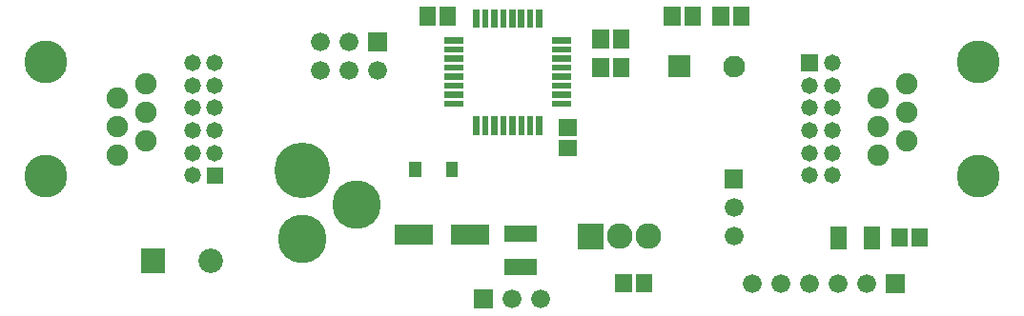
<source format=gbr>
G04 start of page 6 for group -4063 idx -4063 *
G04 Title: (unknown), componentmask *
G04 Creator: pcb 20110918 *
G04 CreationDate: Thu 15 May 2014 04:46:46 AM GMT UTC *
G04 For: railfan *
G04 Format: Gerber/RS-274X *
G04 PCB-Dimensions: 350000 125000 *
G04 PCB-Coordinate-Origin: lower left *
%MOIN*%
%FSLAX25Y25*%
%LNTOPMASK*%
%ADD82R,0.0420X0.0420*%
%ADD81R,0.0690X0.0690*%
%ADD80R,0.0217X0.0217*%
%ADD79R,0.0572X0.0572*%
%ADD78C,0.1700*%
%ADD77C,0.0860*%
%ADD76C,0.1950*%
%ADD75C,0.1500*%
%ADD74C,0.0750*%
%ADD73C,0.0900*%
%ADD72C,0.0660*%
%ADD71C,0.0580*%
%ADD70C,0.0760*%
%ADD69C,0.0001*%
G54D69*G36*
X229594Y94800D02*Y87200D01*
X237194D01*
Y94800D01*
X229594D01*
G37*
G54D70*X252606Y91000D03*
G54D69*G36*
X276045Y95085D02*Y89285D01*
X281845D01*
Y95085D01*
X276045D01*
G37*
G54D71*X286819Y92185D03*
G54D69*G36*
X249200Y54800D02*Y48200D01*
X255800D01*
Y54800D01*
X249200D01*
G37*
G54D72*X252500Y41500D03*
Y31500D03*
G54D73*X222500D03*
X212500D03*
G54D69*G36*
X198000Y36000D02*Y27000D01*
X207000D01*
Y36000D01*
X198000D01*
G37*
G54D71*X278945Y84311D03*
Y76437D03*
X286819Y84311D03*
Y76437D03*
X278945Y68563D03*
Y60689D03*
Y52815D03*
X286819Y68563D03*
Y60689D03*
Y52815D03*
G54D74*X303000Y60000D03*
X313000Y65000D03*
X303000Y70000D03*
X313000Y75000D03*
X303000Y80000D03*
X313000Y85000D03*
G54D75*X338000Y52500D03*
Y92500D03*
G54D69*G36*
X305700Y18300D02*Y11700D01*
X312300D01*
Y18300D01*
X305700D01*
G37*
G54D72*X299000Y15000D03*
X289000D03*
X279000D03*
X269000D03*
X259000D03*
G54D74*X47000Y85000D03*
X37000Y80000D03*
X47000Y75000D03*
X37000Y70000D03*
G54D75*X12000Y92500D03*
Y52500D03*
G54D74*X47000Y65000D03*
X37000Y60000D03*
G54D69*G36*
X68155Y55715D02*Y49915D01*
X73955D01*
Y55715D01*
X68155D01*
G37*
G54D71*X71055Y60689D03*
X63181Y52815D03*
Y60689D03*
G54D76*X101500Y54500D03*
G54D71*X71055Y68563D03*
Y76437D03*
X63181Y68563D03*
Y76437D03*
X71055Y84311D03*
Y92185D03*
X63181Y84311D03*
Y92185D03*
G54D69*G36*
X45200Y27300D02*Y18700D01*
X53800D01*
Y27300D01*
X45200D01*
G37*
G54D77*X69500Y23000D03*
G54D78*X101500Y30500D03*
X120500Y42500D03*
G54D69*G36*
X161700Y12800D02*Y6200D01*
X168300D01*
Y12800D01*
X161700D01*
G37*
G54D72*X175000Y9500D03*
X185000D03*
G54D69*G36*
X124700Y102800D02*Y96200D01*
X131300D01*
Y102800D01*
X124700D01*
G37*
G54D72*X118000Y99500D03*
X108000D03*
X128000Y89500D03*
X118000D03*
X108000D03*
G54D79*X194107Y62457D02*X194893D01*
X194107Y69543D02*X194893D01*
G54D80*X190066Y77934D02*X194492D01*
X190066Y81083D02*X194492D01*
X190066Y84233D02*X194492D01*
X190066Y87382D02*X194492D01*
X190066Y90532D02*X194492D01*
X190066Y93682D02*X194492D01*
X190066Y96831D02*X194492D01*
X190066Y99981D02*X194492D01*
G54D79*X205957Y90893D02*Y90107D01*
X213043Y90893D02*Y90107D01*
X205957Y100893D02*Y100107D01*
X213043Y100893D02*Y100107D01*
X230957Y108893D02*Y108107D01*
X238043Y108893D02*Y108107D01*
X255043Y108893D02*Y108107D01*
X247957Y108893D02*Y108107D01*
X310457Y31393D02*Y30607D01*
X317543Y31393D02*Y30607D01*
X289095Y32181D02*Y29819D01*
X221043Y15393D02*Y14607D01*
X213957Y15393D02*Y14607D01*
X300905Y32181D02*Y29819D01*
G54D80*X184523Y109949D02*Y105523D01*
X181374Y109949D02*Y105523D01*
X178224Y109949D02*Y105523D01*
X175075Y109949D02*Y105523D01*
X171925Y109949D02*Y105523D01*
X168775Y109949D02*Y105523D01*
X165626Y109949D02*Y105523D01*
X162476Y109949D02*Y105523D01*
G54D79*X152543Y108893D02*Y108107D01*
X145457Y108893D02*Y108107D01*
G54D80*X152508Y99980D02*X156934D01*
X152508Y96831D02*X156934D01*
X152508Y93681D02*X156934D01*
X152508Y90532D02*X156934D01*
X152508Y87382D02*X156934D01*
X152508Y84232D02*X156934D01*
X152508Y81083D02*X156934D01*
X152508Y77933D02*X156934D01*
X162477Y72391D02*Y67965D01*
G54D81*X157193Y32000D02*X163492D01*
X137508D02*X143807D01*
G54D82*X154018Y55576D02*Y54376D01*
X141118Y55576D02*Y54376D01*
G54D80*X165626Y72391D02*Y67965D01*
X168776Y72391D02*Y67965D01*
X171925Y72391D02*Y67965D01*
X175075Y72391D02*Y67965D01*
X178225Y72391D02*Y67965D01*
X181374Y72391D02*Y67965D01*
G54D79*X175245Y32405D02*X180755D01*
X175245Y20595D02*X180755D01*
G54D80*X184524Y72391D02*Y67965D01*
M02*

</source>
